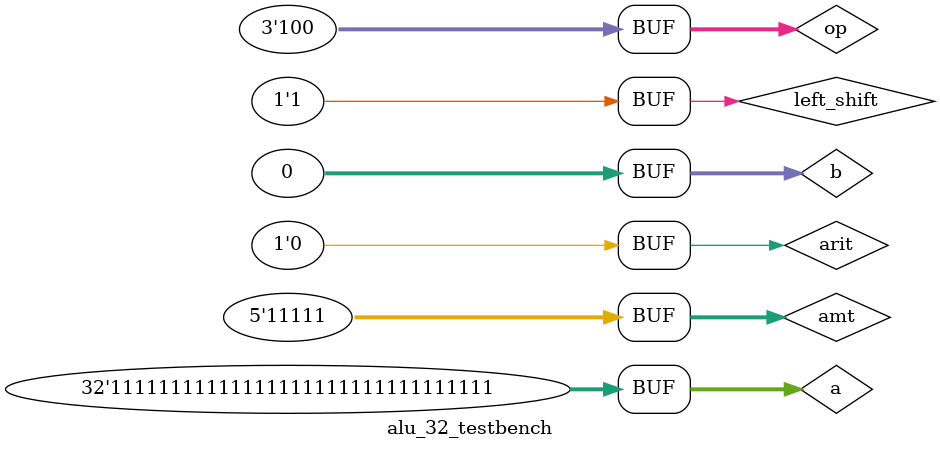
<source format=v>
`define DELAY 20
module alu_32_testbench(); 
wire  v,z;
wire[31:0] res;
reg[31:0] a,b;
reg[2:0] op;
reg left_shift,arit;
reg[4:0] amt;
wire carry_out;

alu_32 alW(carry_out,v,z,res, a, b ,op,left_shift,arit,amt);

initial
begin
//testing add operator for positive numbers
amt[4:0] = 5'b0;
left_shift = 0;
arit = 0;
op[2:0] = 3'b010;
a[31:0] = 32'b00000000000000000000000000000001;
b[31:0] = 32'b00000000000000000001000000000001;
#`DELAY;
//testing add operation for negative numbers
op[2:0] = 3'b010;
a[31:0] = 32'b11100000000000000000000000000001;
b[31:0] = 32'b11110010100000000001000000000001;
#`DELAY;
//testing the overflow output
op[2:0] = 3'b010;
a[31:0] = 32'b10000000000000000000000000000001;
b[31:0] = 32'b10000000000000000000000000000001;
#`DELAY;

//Testing and
op[2:0] = 3'b000;
a[31:0] = 32'b10000000000000000000010010000011;
b[31:0] = 32'b10000001000001000100000010000101;
#`DELAY;
//Testing or
op[2:0] = 3'b001;
a[31:0] = 32'b10000000000000000000010010000011;
b[31:0] = 32'b10000001000001000100000010000101;
#`DELAY;
//Testing substraction
op[2:0] = 3'b110;
a[31:0] = 32'b10000000000000000000010010000011;
b[31:0] = 32'b10000001000001000100000010000101;
#`DELAY;

//testing sub operator for positive numbers
op[2:0] = 3'b110;
a[31:0] = 32'b00000000000000000000000000000001;
b[31:0] = 32'b00000000000000000001000000000001;
#`DELAY;
//testing sub operation for negative numbers
op[2:0] = 3'b110;
a[31:0] = 32'b11100000000000000000000000000001;
b[31:0] = 32'b11110010100000000001000000000001;
#`DELAY;
//testing the overflow output
op[2:0] = 3'b110;
a[31:0] = 32'b10000000000000000000000000000001;
b[31:0] = 32'b10000000000000000000000000000001;
//You can see set on less than results above




//Testing Xor
#`DELAY;
op[2:0] = 3'b011;
a[31:0] = 32'b11111111111111111111111111111111;
b[31:0] = 32'b11111111111111111111111111111111;
#`DELAY;
a[31:0] = 32'b0;
b[31:0] = 32'b11111111111111111111111111111111;
#`DELAY;
a[31:0] = 32'b0;
b[31:0] = 32'b0;
//Testing Nor
#`DELAY;
op[2:0] = 3'b101;
a[31:0] = 32'b11111111111111111111111111111111;
b[31:0] = 32'b11111111111111111111111111111111;
#`DELAY;
a[31:0] = 32'b0;
b[31:0] = 32'b11111111111111111111111111111111;
#`DELAY;
a[31:0] = 32'b0;
b[31:0] = 32'b0;
//Testing Shift
#`DELAY;
op[2:0] = 3'b100;
a[31:0] = 32'b11111111111111111111111111111111;
//Shift 1
amt[4:0] = 1;
left_shift = 0;
arit = 0;
#`DELAY;
left_shift = 0;
arit = 1;
#`DELAY;
left_shift = 1;
arit = 0;
#`DELAY;


//Shift 2
amt[4:0] = 2;
left_shift = 0;
arit = 0;
#`DELAY;
left_shift = 0;
arit = 1;
#`DELAY;
left_shift = 1;
arit = 0;
#`DELAY;
//Shift 3
amt[4:0] = 3;
left_shift = 0;
arit = 0;
#`DELAY;
left_shift = 0;
arit = 1;
#`DELAY;
left_shift = 1;
arit = 0;
#`DELAY;
//Shift 8
amt[4:0] = 8;
left_shift = 0;
arit = 0;
#`DELAY;
left_shift = 0;
arit = 1;
#`DELAY;
left_shift = 1;
arit = 0;
#`DELAY;
//Shift 19
amt[4:0] = 19;
left_shift = 0;
arit = 0;
#`DELAY;
left_shift = 0;
arit = 1;
#`DELAY;
left_shift = 1;
arit = 0;
#`DELAY;
//Shift 19
amt[4:0] = 31;
left_shift = 0;
arit = 0;
#`DELAY;
left_shift = 0;
arit = 1;
#`DELAY;
left_shift = 1;
arit = 0;
#`DELAY;





end

 
initial
begin
$monitor("%d opcode(%3b) %d = %d | %32b opcode %32b = %32b , carry_out=%1b, v=%1b, z=%1b",
a,op,b,res,a,b,res, carry_out, v, z);
end

 



 
endmodule
</source>
